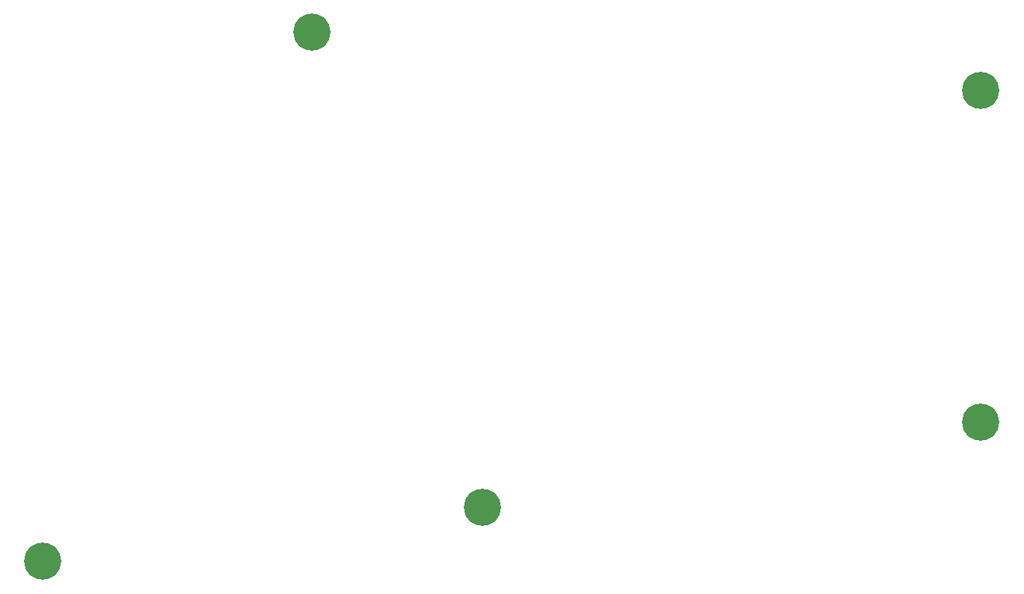
<source format=gts>
G04*
G04 #@! TF.GenerationSoftware,Altium Limited,Altium Designer,21.0.8 (223)*
G04*
G04 Layer_Color=8388736*
%FSLAX25Y25*%
%MOIN*%
G70*
G04*
G04 #@! TF.SameCoordinates,0D733CAD-42ED-4919-839D-F36A8881D4CE*
G04*
G04*
G04 #@! TF.FilePolarity,Negative*
G04*
G01*
G75*
%ADD10C,0.16548*%
D10*
X237000Y391000D02*
D03*
X535000Y365000D02*
D03*
Y217000D02*
D03*
X117000Y155000D02*
D03*
X313000Y179000D02*
D03*
M02*

</source>
